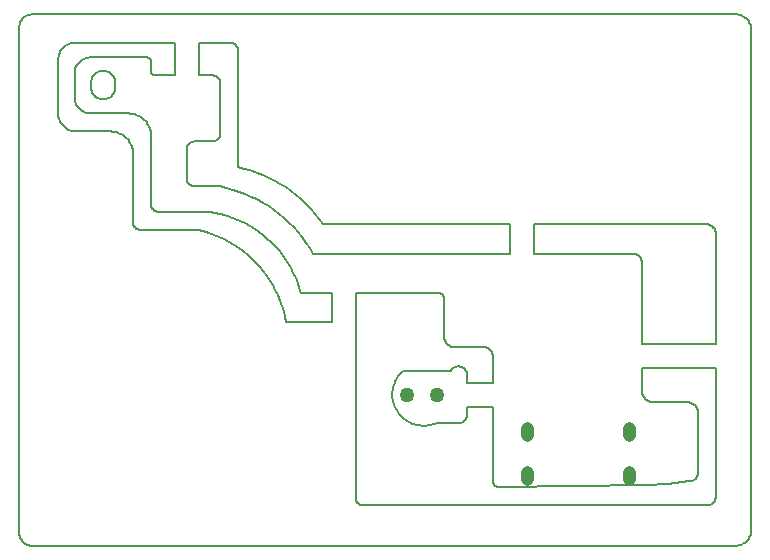
<source format=gbp>
G75*
G70*
%OFA0B0*%
%FSLAX24Y24*%
%IPPOS*%
%LPD*%
%AMOC8*
5,1,8,0,0,1.08239X$1,22.5*
%
%ADD10C,0.0050*%
%ADD11C,0.0004*%
%ADD12C,0.0433*%
%ADD13C,0.0500*%
D10*
X000929Y000534D02*
X024328Y000534D01*
X024327Y000533D02*
X024374Y000530D01*
X024420Y000531D01*
X024466Y000536D01*
X024512Y000544D01*
X024556Y000557D01*
X024600Y000573D01*
X024642Y000592D01*
X024682Y000615D01*
X024720Y000641D01*
X024756Y000671D01*
X024790Y000703D01*
X024821Y000737D01*
X024848Y000775D01*
X024873Y000814D01*
X024894Y000855D01*
X024912Y000898D01*
X024926Y000942D01*
X024936Y000987D01*
X024943Y001033D01*
X024943Y001034D02*
X024943Y017752D01*
X024943Y017753D02*
X024936Y017798D01*
X024926Y017844D01*
X024911Y017888D01*
X024894Y017930D01*
X024872Y017971D01*
X024848Y018011D01*
X024820Y018048D01*
X024789Y018082D01*
X024756Y018114D01*
X024720Y018143D01*
X024682Y018170D01*
X024641Y018192D01*
X024599Y018212D01*
X024556Y018228D01*
X024511Y018240D01*
X024466Y018248D01*
X024420Y018253D01*
X024374Y018254D01*
X024327Y018251D01*
X024328Y018250D02*
X000929Y018250D01*
X000930Y018250D02*
X000889Y018243D01*
X000849Y018233D01*
X000809Y018219D01*
X000772Y018201D01*
X000736Y018180D01*
X000702Y018156D01*
X000671Y018129D01*
X000642Y018099D01*
X000616Y018066D01*
X000593Y018032D01*
X000574Y017995D01*
X000558Y017956D01*
X000546Y017917D01*
X000537Y017876D01*
X000532Y017835D01*
X000531Y017793D01*
X000534Y017752D01*
X000534Y001034D01*
X000531Y000993D01*
X000532Y000951D01*
X000537Y000910D01*
X000545Y000869D01*
X000558Y000829D01*
X000574Y000791D01*
X000593Y000754D01*
X000616Y000719D01*
X000642Y000686D01*
X000670Y000656D01*
X000702Y000629D01*
X000736Y000604D01*
X000772Y000583D01*
X000809Y000565D01*
X000848Y000551D01*
X000889Y000541D01*
X000930Y000534D01*
X009437Y007981D02*
X009399Y008165D01*
X009352Y008348D01*
X009296Y008528D01*
X009232Y008705D01*
X009159Y008878D01*
X009077Y009048D01*
X008988Y009214D01*
X008890Y009375D01*
X008785Y009532D01*
X008672Y009683D01*
X008552Y009828D01*
X008425Y009967D01*
X008291Y010100D01*
X008151Y010226D01*
X008005Y010345D01*
X007854Y010457D01*
X007697Y010562D01*
X007535Y010659D01*
X007369Y010747D01*
X007199Y010828D01*
X007025Y010900D01*
X006847Y010964D01*
X006667Y011019D01*
X006484Y011065D01*
X004578Y011065D01*
X004548Y011067D01*
X004518Y011072D01*
X004489Y011081D01*
X004462Y011094D01*
X004436Y011109D01*
X004412Y011128D01*
X004391Y011149D01*
X004372Y011173D01*
X004357Y011199D01*
X004344Y011226D01*
X004335Y011255D01*
X004330Y011285D01*
X004328Y011315D01*
X004328Y013595D01*
X004326Y013649D01*
X004320Y013702D01*
X004311Y013754D01*
X004298Y013806D01*
X004281Y013857D01*
X004260Y013907D01*
X004236Y013954D01*
X004209Y014000D01*
X004178Y014044D01*
X004145Y014086D01*
X004108Y014125D01*
X004069Y014162D01*
X004027Y014195D01*
X003983Y014226D01*
X003937Y014253D01*
X003890Y014277D01*
X003840Y014298D01*
X003789Y014315D01*
X003737Y014328D01*
X003685Y014337D01*
X003632Y014343D01*
X003578Y014345D01*
X002387Y014345D01*
X002341Y014350D01*
X002296Y014359D01*
X002251Y014371D01*
X002207Y014386D01*
X002165Y014405D01*
X002124Y014428D01*
X002085Y014453D01*
X002048Y014481D01*
X002014Y014512D01*
X001982Y014546D01*
X001953Y014582D01*
X001927Y014621D01*
X001903Y014661D01*
X001884Y014703D01*
X001867Y014746D01*
X001854Y014791D01*
X001844Y014836D01*
X001838Y014882D01*
X001836Y014928D01*
X001837Y014975D01*
X001837Y016756D01*
X001839Y016801D01*
X001845Y016847D01*
X001854Y016891D01*
X001867Y016935D01*
X001883Y016977D01*
X001903Y017018D01*
X001927Y017057D01*
X001953Y017094D01*
X001982Y017129D01*
X002014Y017161D01*
X002049Y017190D01*
X002086Y017216D01*
X002125Y017240D01*
X002166Y017260D01*
X002208Y017276D01*
X002252Y017289D01*
X002296Y017298D01*
X002342Y017304D01*
X002387Y017306D01*
X005733Y017306D01*
X005733Y016215D01*
X005078Y016215D01*
X005055Y016217D01*
X005032Y016222D01*
X005010Y016231D01*
X004990Y016244D01*
X004972Y016259D01*
X004957Y016277D01*
X004944Y016297D01*
X004935Y016319D01*
X004930Y016342D01*
X004928Y016365D01*
X004928Y016665D01*
X004926Y016688D01*
X004921Y016711D01*
X004912Y016733D01*
X004899Y016753D01*
X004884Y016771D01*
X004866Y016786D01*
X004846Y016799D01*
X004824Y016808D01*
X004801Y016813D01*
X004778Y016815D01*
X002928Y016815D01*
X002883Y016813D01*
X002837Y016807D01*
X002793Y016798D01*
X002749Y016785D01*
X002707Y016769D01*
X002666Y016749D01*
X002627Y016725D01*
X002590Y016699D01*
X002555Y016670D01*
X002523Y016638D01*
X002494Y016603D01*
X002468Y016566D01*
X002444Y016527D01*
X002424Y016486D01*
X002408Y016444D01*
X002395Y016400D01*
X002386Y016356D01*
X002380Y016310D01*
X002378Y016265D01*
X002378Y015495D01*
X002380Y015450D01*
X002386Y015404D01*
X002395Y015360D01*
X002408Y015316D01*
X002424Y015274D01*
X002444Y015233D01*
X002468Y015194D01*
X002494Y015157D01*
X002523Y015122D01*
X002555Y015090D01*
X002590Y015061D01*
X002627Y015035D01*
X002666Y015011D01*
X002707Y014991D01*
X002749Y014975D01*
X002793Y014962D01*
X002837Y014953D01*
X002883Y014947D01*
X002928Y014945D01*
X004178Y014945D01*
X004232Y014943D01*
X004285Y014937D01*
X004337Y014928D01*
X004389Y014915D01*
X004440Y014898D01*
X004490Y014877D01*
X004537Y014853D01*
X004583Y014826D01*
X004627Y014795D01*
X004669Y014762D01*
X004708Y014725D01*
X004745Y014686D01*
X004778Y014644D01*
X004809Y014600D01*
X004836Y014554D01*
X004860Y014507D01*
X004881Y014457D01*
X004898Y014406D01*
X004911Y014354D01*
X004920Y014302D01*
X004926Y014249D01*
X004928Y014195D01*
X004928Y011915D01*
X004930Y011885D01*
X004935Y011855D01*
X004944Y011826D01*
X004957Y011799D01*
X004972Y011773D01*
X004991Y011749D01*
X005012Y011728D01*
X005036Y011709D01*
X005062Y011694D01*
X005089Y011681D01*
X005118Y011672D01*
X005148Y011667D01*
X005178Y011665D01*
X006878Y011665D01*
X007228Y012515D02*
X006378Y012515D01*
X006348Y012517D01*
X006318Y012522D01*
X006289Y012531D01*
X006262Y012544D01*
X006236Y012559D01*
X006212Y012578D01*
X006191Y012599D01*
X006172Y012623D01*
X006157Y012649D01*
X006144Y012676D01*
X006135Y012705D01*
X006130Y012735D01*
X006128Y012765D01*
X006128Y013765D01*
X006130Y013795D01*
X006135Y013825D01*
X006144Y013854D01*
X006157Y013881D01*
X006172Y013907D01*
X006191Y013931D01*
X006212Y013952D01*
X006236Y013971D01*
X006262Y013986D01*
X006289Y013999D01*
X006318Y014008D01*
X006348Y014013D01*
X006378Y014015D01*
X006978Y014015D01*
X007008Y014017D01*
X007038Y014022D01*
X007067Y014031D01*
X007094Y014044D01*
X007120Y014059D01*
X007144Y014078D01*
X007165Y014099D01*
X007184Y014123D01*
X007199Y014149D01*
X007212Y014176D01*
X007221Y014205D01*
X007226Y014235D01*
X007228Y014265D01*
X007228Y015965D01*
X007226Y015995D01*
X007221Y016025D01*
X007212Y016054D01*
X007199Y016081D01*
X007184Y016107D01*
X007165Y016131D01*
X007144Y016152D01*
X007120Y016171D01*
X007094Y016186D01*
X007067Y016199D01*
X007038Y016208D01*
X007008Y016213D01*
X006978Y016215D01*
X006521Y016215D01*
X006521Y017306D01*
X007568Y017306D01*
X007569Y017306D02*
X007599Y017304D01*
X007628Y017299D01*
X007657Y017291D01*
X007684Y017279D01*
X007710Y017263D01*
X007734Y017245D01*
X007755Y017224D01*
X007774Y017201D01*
X007790Y017175D01*
X007802Y017148D01*
X007811Y017119D01*
X007817Y017090D01*
X007819Y017060D01*
X007818Y017060D02*
X007818Y013156D01*
X010657Y011256D02*
X016908Y011256D01*
X016908Y010259D01*
X010328Y010259D01*
X009928Y008965D02*
X010960Y008965D01*
X010960Y007981D01*
X009437Y007981D01*
X011747Y008965D02*
X011747Y002142D01*
X011747Y002141D02*
X011748Y002112D01*
X011752Y002083D01*
X011760Y002054D01*
X011771Y002027D01*
X011786Y002001D01*
X011803Y001977D01*
X011823Y001955D01*
X011846Y001936D01*
X011871Y001920D01*
X011897Y001907D01*
X011925Y001897D01*
X011954Y001891D01*
X011984Y001888D01*
X011983Y001888D02*
X023464Y001888D01*
X023497Y001890D01*
X023530Y001896D01*
X023562Y001905D01*
X023592Y001918D01*
X023621Y001935D01*
X023648Y001954D01*
X023673Y001976D01*
X023695Y002001D01*
X023714Y002028D01*
X023730Y002058D01*
X023742Y002088D01*
X023751Y002120D01*
X023756Y002153D01*
X023758Y002186D01*
X023758Y006464D01*
X021278Y006464D01*
X021278Y005715D01*
X021282Y005676D01*
X021290Y005637D01*
X021301Y005600D01*
X021315Y005563D01*
X021333Y005528D01*
X021355Y005495D01*
X021379Y005464D01*
X021406Y005435D01*
X021435Y005409D01*
X021467Y005386D01*
X021500Y005365D01*
X021536Y005348D01*
X021573Y005334D01*
X021611Y005324D01*
X021649Y005317D01*
X021689Y005314D01*
X021728Y005315D01*
X022828Y005315D01*
X022827Y005316D02*
X022863Y005311D01*
X022899Y005303D01*
X022933Y005291D01*
X022967Y005276D01*
X022998Y005258D01*
X023028Y005237D01*
X023055Y005213D01*
X023080Y005186D01*
X023102Y005157D01*
X023121Y005126D01*
X023137Y005094D01*
X023150Y005059D01*
X023160Y005024D01*
X023166Y004988D01*
X023168Y004952D01*
X023167Y004916D01*
X023167Y004915D02*
X023167Y002977D01*
X023165Y002944D01*
X023160Y002912D01*
X023151Y002880D01*
X023138Y002849D01*
X023122Y002821D01*
X023103Y002794D01*
X023081Y002769D01*
X023056Y002747D01*
X023029Y002728D01*
X023001Y002712D01*
X022970Y002699D01*
X022938Y002690D01*
X022906Y002685D01*
X022873Y002683D01*
X021424Y002565D02*
X016564Y002479D01*
X016534Y002481D01*
X016504Y002486D01*
X016475Y002495D01*
X016448Y002508D01*
X016422Y002523D01*
X016398Y002542D01*
X016377Y002563D01*
X016358Y002587D01*
X016343Y002613D01*
X016330Y002640D01*
X016321Y002669D01*
X016316Y002699D01*
X016314Y002729D01*
X016314Y005167D01*
X015468Y005167D01*
X015468Y004899D01*
X015463Y004867D01*
X015455Y004835D01*
X015443Y004805D01*
X015428Y004776D01*
X015410Y004749D01*
X015389Y004724D01*
X015365Y004701D01*
X015339Y004682D01*
X015311Y004665D01*
X015281Y004652D01*
X015250Y004642D01*
X015218Y004636D01*
X015186Y004633D01*
X015153Y004634D01*
X014444Y004634D01*
X014386Y004609D01*
X014326Y004587D01*
X014265Y004570D01*
X014203Y004556D01*
X014141Y004546D01*
X014078Y004539D01*
X014014Y004537D01*
X013951Y004539D01*
X013887Y004544D01*
X013825Y004553D01*
X013763Y004566D01*
X013701Y004583D01*
X013641Y004604D01*
X013583Y004628D01*
X013526Y004656D01*
X013470Y004687D01*
X013417Y004721D01*
X013366Y004759D01*
X013317Y004800D01*
X013271Y004844D01*
X013228Y004890D01*
X013188Y004939D01*
X013150Y004990D01*
X013116Y005044D01*
X013086Y005099D01*
X013058Y005157D01*
X013035Y005216D01*
X013015Y005276D01*
X012998Y005337D01*
X012986Y005399D01*
X012977Y005462D01*
X012972Y005525D01*
X012971Y005589D01*
X012974Y005652D01*
X012981Y005715D01*
X012991Y005778D01*
X013006Y005840D01*
X013024Y005901D01*
X013046Y005960D01*
X013072Y006018D01*
X013101Y006075D01*
X013133Y006129D01*
X013169Y006182D01*
X013208Y006232D01*
X013249Y006280D01*
X013294Y006325D01*
X013341Y006367D01*
X013342Y006367D02*
X014917Y006367D01*
X014916Y006367D02*
X014935Y006395D01*
X014956Y006421D01*
X014980Y006444D01*
X015007Y006464D01*
X015036Y006481D01*
X015067Y006495D01*
X015099Y006505D01*
X015132Y006511D01*
X015165Y006514D01*
X015199Y006513D01*
X015232Y006508D01*
X015264Y006499D01*
X015296Y006487D01*
X015325Y006471D01*
X015353Y006452D01*
X015378Y006430D01*
X015401Y006406D01*
X015421Y006378D01*
X015437Y006349D01*
X015450Y006318D01*
X015460Y006286D01*
X015466Y006253D01*
X015468Y006220D01*
X015468Y005956D01*
X016314Y005956D01*
X016314Y006881D01*
X016314Y006880D02*
X016310Y006913D01*
X016303Y006944D01*
X016293Y006975D01*
X016279Y007005D01*
X016262Y007032D01*
X016242Y007058D01*
X016219Y007081D01*
X016193Y007101D01*
X016166Y007119D01*
X016137Y007133D01*
X016106Y007144D01*
X016074Y007152D01*
X016042Y007155D01*
X016010Y007156D01*
X016009Y007156D02*
X015014Y007156D01*
X014979Y007160D01*
X014944Y007169D01*
X014910Y007180D01*
X014878Y007195D01*
X014847Y007214D01*
X014819Y007236D01*
X014793Y007260D01*
X014770Y007287D01*
X014749Y007316D01*
X014732Y007348D01*
X014718Y007381D01*
X014708Y007415D01*
X014701Y007450D01*
X014698Y007485D01*
X014699Y007521D01*
X014699Y008765D01*
X014700Y008765D02*
X014697Y008792D01*
X014690Y008819D01*
X014680Y008845D01*
X014666Y008869D01*
X014650Y008891D01*
X014630Y008911D01*
X014609Y008928D01*
X014585Y008942D01*
X014560Y008953D01*
X014533Y008960D01*
X014506Y008964D01*
X014478Y008965D01*
X011747Y008965D01*
X010657Y011256D02*
X010530Y011434D01*
X010394Y011605D01*
X010250Y011770D01*
X010099Y011928D01*
X009940Y012078D01*
X009774Y012221D01*
X009601Y012356D01*
X009422Y012482D01*
X009238Y012599D01*
X009047Y012707D01*
X008852Y012806D01*
X008653Y012896D01*
X008449Y012976D01*
X008242Y013046D01*
X008031Y013106D01*
X007818Y013156D01*
X003728Y015815D02*
X003728Y015965D01*
X003726Y016004D01*
X003720Y016043D01*
X003711Y016081D01*
X003698Y016118D01*
X003681Y016154D01*
X003661Y016187D01*
X003637Y016219D01*
X003611Y016248D01*
X003582Y016274D01*
X003550Y016298D01*
X003517Y016318D01*
X003481Y016335D01*
X003444Y016348D01*
X003406Y016357D01*
X003367Y016363D01*
X003328Y016365D01*
X003289Y016363D01*
X003250Y016357D01*
X003212Y016348D01*
X003175Y016335D01*
X003139Y016318D01*
X003106Y016298D01*
X003074Y016274D01*
X003045Y016248D01*
X003019Y016219D01*
X002995Y016187D01*
X002975Y016154D01*
X002958Y016118D01*
X002945Y016081D01*
X002936Y016043D01*
X002930Y016004D01*
X002928Y015965D01*
X002928Y015815D01*
X002930Y015776D01*
X002936Y015737D01*
X002945Y015699D01*
X002958Y015662D01*
X002975Y015626D01*
X002995Y015593D01*
X003019Y015561D01*
X003045Y015532D01*
X003074Y015506D01*
X003106Y015482D01*
X003139Y015462D01*
X003175Y015445D01*
X003212Y015432D01*
X003250Y015423D01*
X003289Y015417D01*
X003328Y015415D01*
X003367Y015417D01*
X003406Y015423D01*
X003444Y015432D01*
X003481Y015445D01*
X003517Y015462D01*
X003550Y015482D01*
X003582Y015506D01*
X003611Y015532D01*
X003637Y015561D01*
X003661Y015593D01*
X003681Y015626D01*
X003698Y015662D01*
X003711Y015699D01*
X003720Y015737D01*
X003726Y015776D01*
X003728Y015815D01*
X007228Y012515D02*
X007443Y012468D01*
X007655Y012410D01*
X007864Y012342D01*
X008070Y012264D01*
X008271Y012176D01*
X008469Y012079D01*
X008661Y011972D01*
X008847Y011856D01*
X009028Y011730D01*
X009203Y011597D01*
X009371Y011455D01*
X009532Y011305D01*
X009685Y011147D01*
X009831Y010983D01*
X009968Y010811D01*
X010097Y010633D01*
X010217Y010449D01*
X010328Y010259D01*
X009928Y008965D02*
X009877Y009137D01*
X009818Y009307D01*
X009751Y009474D01*
X009675Y009637D01*
X009592Y009797D01*
X009501Y009952D01*
X009403Y010102D01*
X009298Y010248D01*
X009185Y010388D01*
X009066Y010523D01*
X008941Y010652D01*
X008809Y010774D01*
X008671Y010890D01*
X008528Y010999D01*
X008380Y011101D01*
X008227Y011195D01*
X008070Y011282D01*
X007909Y011362D01*
X007744Y011433D01*
X007576Y011496D01*
X007404Y011551D01*
X007231Y011598D01*
X007055Y011636D01*
X006878Y011665D01*
X017695Y011256D02*
X017695Y010259D01*
X021028Y010259D01*
X021058Y010258D01*
X021087Y010253D01*
X021116Y010244D01*
X021143Y010232D01*
X021169Y010217D01*
X021192Y010199D01*
X021214Y010178D01*
X021232Y010155D01*
X021248Y010130D01*
X021261Y010103D01*
X021270Y010074D01*
X021276Y010045D01*
X021278Y010015D01*
X021278Y007252D01*
X023758Y007252D01*
X023758Y010915D01*
X023757Y010916D02*
X023756Y010951D01*
X023751Y010985D01*
X023742Y011019D01*
X023730Y011052D01*
X023715Y011084D01*
X023696Y011114D01*
X023674Y011141D01*
X023650Y011166D01*
X023623Y011189D01*
X023594Y011208D01*
X023563Y011225D01*
X023531Y011238D01*
X023497Y011248D01*
X023462Y011254D01*
X023427Y011256D01*
X023428Y011256D02*
X017695Y011256D01*
X021424Y002565D02*
X022150Y002608D01*
X022873Y002683D01*
D11*
X020956Y002742D02*
X020956Y002986D01*
X020955Y002986D02*
X020953Y003006D01*
X020948Y003025D01*
X020939Y003043D01*
X020927Y003059D01*
X020912Y003072D01*
X020895Y003083D01*
X020877Y003090D01*
X020857Y003094D01*
X020837Y003094D01*
X020817Y003090D01*
X020799Y003083D01*
X020782Y003072D01*
X020767Y003059D01*
X020755Y003043D01*
X020746Y003025D01*
X020741Y003006D01*
X020739Y002986D01*
X020739Y002742D01*
X020741Y002722D01*
X020746Y002703D01*
X020755Y002685D01*
X020767Y002669D01*
X020782Y002656D01*
X020799Y002645D01*
X020817Y002638D01*
X020837Y002634D01*
X020857Y002634D01*
X020877Y002638D01*
X020895Y002645D01*
X020912Y002656D01*
X020927Y002669D01*
X020939Y002685D01*
X020948Y002703D01*
X020953Y002722D01*
X020955Y002742D01*
X020956Y004238D02*
X020956Y004483D01*
X020955Y004483D02*
X020953Y004503D01*
X020948Y004522D01*
X020939Y004540D01*
X020927Y004556D01*
X020912Y004569D01*
X020895Y004580D01*
X020877Y004587D01*
X020857Y004591D01*
X020837Y004591D01*
X020817Y004587D01*
X020799Y004580D01*
X020782Y004569D01*
X020767Y004556D01*
X020755Y004540D01*
X020746Y004522D01*
X020741Y004503D01*
X020739Y004483D01*
X020739Y004238D01*
X020741Y004218D01*
X020746Y004199D01*
X020755Y004181D01*
X020767Y004165D01*
X020782Y004152D01*
X020799Y004141D01*
X020817Y004134D01*
X020837Y004130D01*
X020857Y004130D01*
X020877Y004134D01*
X020895Y004141D01*
X020912Y004152D01*
X020927Y004165D01*
X020939Y004181D01*
X020948Y004199D01*
X020953Y004218D01*
X020955Y004238D01*
X017554Y004238D02*
X017554Y004483D01*
X017552Y004503D01*
X017547Y004522D01*
X017538Y004540D01*
X017526Y004556D01*
X017511Y004569D01*
X017494Y004580D01*
X017476Y004587D01*
X017456Y004591D01*
X017436Y004591D01*
X017416Y004587D01*
X017398Y004580D01*
X017381Y004569D01*
X017366Y004556D01*
X017354Y004540D01*
X017345Y004522D01*
X017340Y004503D01*
X017338Y004483D01*
X017338Y004238D01*
X017340Y004218D01*
X017345Y004199D01*
X017354Y004181D01*
X017366Y004165D01*
X017381Y004152D01*
X017398Y004141D01*
X017416Y004134D01*
X017436Y004130D01*
X017456Y004130D01*
X017476Y004134D01*
X017494Y004141D01*
X017511Y004152D01*
X017526Y004165D01*
X017538Y004181D01*
X017547Y004199D01*
X017552Y004218D01*
X017554Y004238D01*
X017554Y002986D02*
X017554Y002742D01*
X017552Y002722D01*
X017547Y002703D01*
X017538Y002685D01*
X017526Y002669D01*
X017511Y002656D01*
X017494Y002645D01*
X017476Y002638D01*
X017456Y002634D01*
X017436Y002634D01*
X017416Y002638D01*
X017398Y002645D01*
X017381Y002656D01*
X017366Y002669D01*
X017354Y002685D01*
X017345Y002703D01*
X017340Y002722D01*
X017338Y002742D01*
X017338Y002986D01*
X017340Y003006D01*
X017345Y003025D01*
X017354Y003043D01*
X017366Y003059D01*
X017381Y003072D01*
X017398Y003083D01*
X017416Y003090D01*
X017436Y003094D01*
X017456Y003094D01*
X017476Y003090D01*
X017494Y003083D01*
X017511Y003072D01*
X017526Y003059D01*
X017538Y003043D01*
X017547Y003025D01*
X017552Y003006D01*
X017554Y002986D01*
D12*
X017446Y002744D02*
X017446Y002744D01*
X017446Y002980D01*
X017446Y002980D01*
X017446Y002744D01*
X017446Y004241D02*
X017446Y004241D01*
X017446Y004477D01*
X017446Y004477D01*
X017446Y004241D01*
X020847Y004241D02*
X020847Y004241D01*
X020847Y004477D01*
X020847Y004477D01*
X020847Y004241D01*
X020847Y002744D02*
X020847Y002744D01*
X020847Y002980D01*
X020847Y002980D01*
X020847Y002744D01*
D13*
X014468Y005547D03*
X013468Y005547D03*
M02*

</source>
